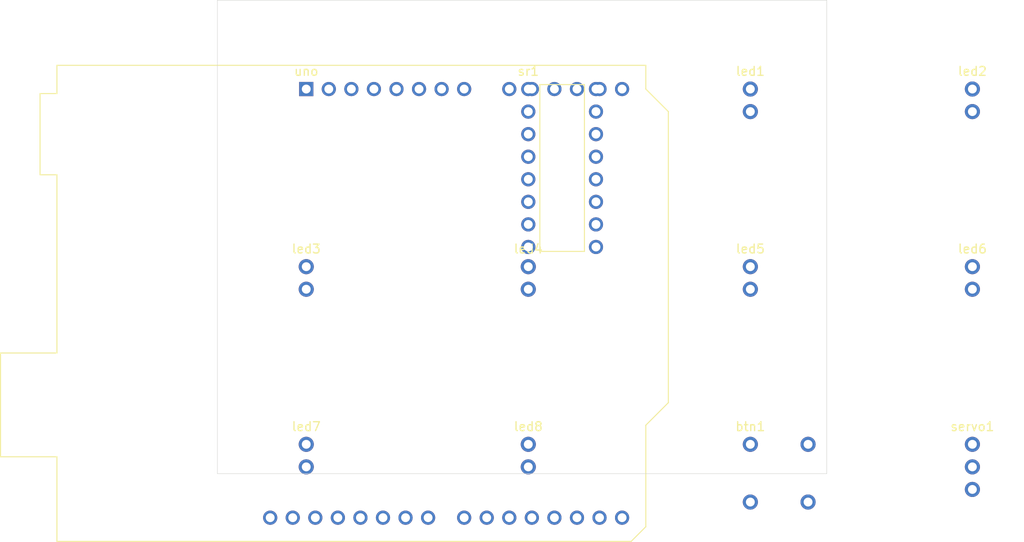
<source format=kicad_pcb>
(kicad_pcb (version 20240108) (generator sparkbench) (generator_version "1.0")
  (layers (0 F.Cu signal) (31 B.Cu signal) (36 B.SilkS user) (37 F.SilkS user) (38 B.Mask user) (39 F.Mask user) (44 Edge.Cuts user))
  (title_block (title "Sparkbench PCB Editor Alpha"))
  (net 0 "")
  (net 1 Net-1)
  (net 2 Net-2)
  (net 3 Net-3)
  (net 4 Net-4)
  (net 5 Net-5)
  (net 6 Net-6)
  (net 7 Net-7)
  (net 8 Net-8)
  (net 9 Net-9)
  (net 10 Net-10)
  (net 11 Net-11)
  (net 12 Net-12)
  (net 13 Net-13)
  (net 14 Net-14)
  (net 15 Net-15)
  (net 16 Net-16)
  (net 17 Net-17)
  (net 18 Net-18)
  (gr_line (start 0 0) (end 68.6 0) (layer Edge.Cuts) (stroke (width 0.05)))
  (gr_line (start 68.6 0) (end 68.6 53.3) (layer Edge.Cuts) (stroke (width 0.05)))
  (gr_line (start 68.6 53.3) (end 0 53.3) (layer Edge.Cuts) (stroke (width 0.05)))
  (gr_line (start 0 53.3) (end 0 0) (layer Edge.Cuts) (stroke (width 0.05)))
  (footprint Arduino-Uno-Shield (layer F.Cu) (at 10 10)
    (fp_text reference uno (at 0 -2) (layer F.SilkS))
    (fp_text value Arduino-Uno-Shield)
    (fp_line (start -34.42 29.72) (end -34.42 41.4) (layer F.SilkS) (stroke (width 0.12)))
    (fp_line (start -34.42 41.4) (end -28.07 41.4) (layer F.SilkS) (stroke (width 0.12)))
    (fp_line (start -29.97 0.51) (end -29.97 9.65) (layer F.SilkS) (stroke (width 0.12)))
    (fp_line (start -29.97 9.65) (end -28.07 9.65) (layer F.SilkS) (stroke (width 0.12)))
    (fp_line (start -28.07 -2.67) (end -28.07 0.51) (layer F.SilkS) (stroke (width 0.12)))
    (fp_line (start -28.07 0.51) (end -29.97 0.51) (layer F.SilkS) (stroke (width 0.12)))
    (fp_line (start -28.07 9.65) (end -28.07 29.72) (layer F.SilkS) (stroke (width 0.12)))
    (fp_line (start -28.07 29.72) (end -34.42 29.72) (layer F.SilkS) (stroke (width 0.12)))
    (fp_line (start -28.07 41.4) (end -28.07 50.93) (layer F.SilkS) (stroke (width 0.12)))
    (fp_line (start -28.07 50.93) (end 36.58 50.93) (layer F.SilkS) (stroke (width 0.12)))
    (fp_line (start 36.58 50.93) (end 38.23 49.28) (layer F.SilkS) (stroke (width 0.12)))
    (fp_line (start 38.23 -2.67) (end -28.07 -2.67) (layer F.SilkS) (stroke (width 0.12)))
    (fp_line (start 38.23 0) (end 38.23 -2.67) (layer F.SilkS) (stroke (width 0.12)))
    (fp_line (start 38.23 37.85) (end 40.77 35.31) (layer F.SilkS) (stroke (width 0.12)))
    (fp_line (start 38.23 49.28) (end 38.23 37.85) (layer F.SilkS) (stroke (width 0.12)))
    (fp_line (start 40.77 2.54) (end 38.23 0) (layer F.SilkS) (stroke (width 0.12)))
    (fp_line (start 40.77 35.31) (end 40.77 2.54) (layer F.SilkS) (stroke (width 0.12)))
    (pad uno:0 thru_hole rect (at 0 0) (size 1.6 1.6) (layers F.Cu B.Cu) (drill 1))
    (pad uno:1 thru_hole circle (at 2.54 0) (size 1.6 1.6) (layers F.Cu B.Cu) (drill 1))
    (pad uno:2 thru_hole circle (at 5.08 0) (size 1.6 1.6) (layers F.Cu B.Cu) (drill 1) (net 1 Net-1))
    (pad uno:3 thru_hole circle (at 7.62 0) (size 1.6 1.6) (layers F.Cu B.Cu) (drill 1) (net 2 Net-2))
    (pad uno:4 thru_hole circle (at 10.16 0) (size 1.6 1.6) (layers F.Cu B.Cu) (drill 1) (net 3 Net-3))
    (pad uno:5 thru_hole circle (at 12.7 0) (size 1.6 1.6) (layers F.Cu B.Cu) (drill 1) (net 14 Net-14))
    (pad uno:6 thru_hole circle (at 15.24 0) (size 1.6 1.6) (layers F.Cu B.Cu) (drill 1))
    (pad uno:7 thru_hole circle (at 17.78 0) (size 1.6 1.6) (layers F.Cu B.Cu) (drill 1))
    (pad uno:8 thru_hole circle (at 22.86 0) (size 1.6 1.6) (layers F.Cu B.Cu) (drill 1))
    (pad uno:9 thru_hole circle (at 25.4 0) (size 1.6 1.6) (layers F.Cu B.Cu) (drill 1) (net 18 Net-18))
    (pad uno:10 thru_hole circle (at 27.94 0) (size 1.6 1.6) (layers F.Cu B.Cu) (drill 1))
    (pad uno:11 thru_hole circle (at 30.48 0) (size 1.6 1.6) (layers F.Cu B.Cu) (drill 1))
    (pad uno:12 thru_hole circle (at 33.02 0) (size 1.6 1.6) (layers F.Cu B.Cu) (drill 1))
    (pad uno:13 thru_hole circle (at 35.56 0) (size 1.6 1.6) (layers F.Cu B.Cu) (drill 1))
    (pad uno:A0 thru_hole circle (at 35.56 48.26) (size 1.6 1.6) (layers F.Cu B.Cu) (drill 1) (net 16 Net-16))
    (pad uno:A1 thru_hole circle (at 33.02 48.26) (size 1.6 1.6) (layers F.Cu B.Cu) (drill 1))
    (pad uno:A2 thru_hole circle (at 30.48 48.26) (size 1.6 1.6) (layers F.Cu B.Cu) (drill 1))
    (pad uno:A3 thru_hole circle (at 27.94 48.26) (size 1.6 1.6) (layers F.Cu B.Cu) (drill 1))
    (pad uno:A4 thru_hole circle (at 25.4 48.26) (size 1.6 1.6) (layers F.Cu B.Cu) (drill 1))
    (pad uno:A5 thru_hole circle (at 22.86 48.26) (size 1.6 1.6) (layers F.Cu B.Cu) (drill 1))
    (pad uno:GND.1 thru_hole circle (at 20.32 48.26) (size 1.6 1.6) (layers F.Cu B.Cu) (drill 1) (net 5 Net-5))
    (pad uno:AREF thru_hole circle (at 17.78 48.26) (size 1.6 1.6) (layers F.Cu B.Cu) (drill 1))
    (pad uno:VIN thru_hole circle (at 13.72 48.26) (size 1.6 1.6) (layers F.Cu B.Cu) (drill 1))
    (pad uno:GND.2 thru_hole circle (at 11.18 48.26) (size 1.6 1.6) (layers F.Cu B.Cu) (drill 1) (net 15 Net-15))
    (pad uno:GND.3 thru_hole circle (at 8.64 48.26) (size 1.6 1.6) (layers F.Cu B.Cu) (drill 1) (net 17 Net-17))
    (pad uno:5V thru_hole circle (at 6.1 48.26) (size 1.6 1.6) (layers F.Cu B.Cu) (drill 1) (net 4 Net-4))
    (pad uno:3.3V thru_hole circle (at 3.56 48.26) (size 1.6 1.6) (layers F.Cu B.Cu) (drill 1))
    (pad uno:RESET thru_hole circle (at 1.02 48.26) (size 1.6 1.6) (layers F.Cu B.Cu) (drill 1))
    (pad uno:IOREF thru_hole circle (at -1.52 48.26) (size 1.6 1.6) (layers F.Cu B.Cu) (drill 1))
    (pad uno:NC thru_hole circle (at -4.06 48.26) (size 1.6 1.6) (layers F.Cu B.Cu) (drill 1))
  )
  (footprint DIP-16 (layer F.Cu) (at 35 10)
    (fp_text reference sr1 (at 0 -2) (layer F.SilkS))
    (fp_text value DIP-16)
    (fp_line (start 1.3 -0.5) (end 6.32 -0.5) (layer F.SilkS) (stroke (width 0.12)))
    (fp_line (start 6.32 -0.5) (end 6.32 18.28) (layer F.SilkS) (stroke (width 0.12)))
    (fp_line (start 6.32 18.28) (end 1.3 18.28) (layer F.SilkS) (stroke (width 0.12)))
    (fp_line (start 1.3 18.28) (end 1.3 -0.5) (layer F.SilkS) (stroke (width 0.12)))
    (pad sr1:1 thru_hole circle (at 0 0) (size 1.6 1.6) (layers F.Cu B.Cu) (drill 1) (net 7 Net-7))
    (pad sr1:16 thru_hole circle (at 7.62 0) (size 1.6 1.6) (layers F.Cu B.Cu) (drill 1) (net 4 Net-4))
    (pad sr1:2 thru_hole circle (at 0 2.54) (size 1.6 1.6) (layers F.Cu B.Cu) (drill 1) (net 8 Net-8))
    (pad sr1:15 thru_hole circle (at 7.62 2.54) (size 1.6 1.6) (layers F.Cu B.Cu) (drill 1) (net 6 Net-6))
    (pad sr1:3 thru_hole circle (at 0 5.08) (size 1.6 1.6) (layers F.Cu B.Cu) (drill 1) (net 9 Net-9))
    (pad sr1:14 thru_hole circle (at 7.62 5.08) (size 1.6 1.6) (layers F.Cu B.Cu) (drill 1) (net 1 Net-1))
    (pad sr1:4 thru_hole circle (at 0 7.62) (size 1.6 1.6) (layers F.Cu B.Cu) (drill 1) (net 10 Net-10))
    (pad sr1:13 thru_hole circle (at 7.62 7.62) (size 1.6 1.6) (layers F.Cu B.Cu) (drill 1) (net 5 Net-5))
    (pad sr1:5 thru_hole circle (at 0 10.16) (size 1.6 1.6) (layers F.Cu B.Cu) (drill 1) (net 11 Net-11))
    (pad sr1:12 thru_hole circle (at 7.62 10.16) (size 1.6 1.6) (layers F.Cu B.Cu) (drill 1) (net 3 Net-3))
    (pad sr1:6 thru_hole circle (at 0 12.7) (size 1.6 1.6) (layers F.Cu B.Cu) (drill 1) (net 12 Net-12))
    (pad sr1:11 thru_hole circle (at 7.62 12.7) (size 1.6 1.6) (layers F.Cu B.Cu) (drill 1) (net 2 Net-2))
    (pad sr1:7 thru_hole circle (at 0 15.24) (size 1.6 1.6) (layers F.Cu B.Cu) (drill 1) (net 13 Net-13))
    (pad sr1:10 thru_hole circle (at 7.62 15.24) (size 1.6 1.6) (layers F.Cu B.Cu) (drill 1))
    (pad sr1:8 thru_hole circle (at 0 17.78) (size 1.6 1.6) (layers F.Cu B.Cu) (drill 1) (net 5 Net-5))
    (pad sr1:9 thru_hole circle (at 7.62 17.78) (size 1.6 1.6) (layers F.Cu B.Cu) (drill 1))
  )
  (footprint LED-THT-3mm (layer F.Cu) (at 60 10)
    (fp_text reference led1 (at 0 -2) (layer F.SilkS))
    (fp_text value LED-THT-3mm)
    (pad led1:1 thru_hole circle (at 0 0) (size 1.7 1.7) (layers F.Cu B.Cu) (drill 1) (net 6 Net-6))
    (pad led1:2 thru_hole circle (at 0 2.54) (size 1.7 1.7) (layers F.Cu B.Cu) (drill 1) (net 5 Net-5))
  )
  (footprint LED-THT-3mm (layer F.Cu) (at 85 10)
    (fp_text reference led2 (at 0 -2) (layer F.SilkS))
    (fp_text value LED-THT-3mm)
    (pad led2:1 thru_hole circle (at 0 0) (size 1.7 1.7) (layers F.Cu B.Cu) (drill 1) (net 7 Net-7))
    (pad led2:2 thru_hole circle (at 0 2.54) (size 1.7 1.7) (layers F.Cu B.Cu) (drill 1) (net 5 Net-5))
  )
  (footprint LED-THT-3mm (layer F.Cu) (at 10 30)
    (fp_text reference led3 (at 0 -2) (layer F.SilkS))
    (fp_text value LED-THT-3mm)
    (pad led3:1 thru_hole circle (at 0 0) (size 1.7 1.7) (layers F.Cu B.Cu) (drill 1) (net 8 Net-8))
    (pad led3:2 thru_hole circle (at 0 2.54) (size 1.7 1.7) (layers F.Cu B.Cu) (drill 1) (net 5 Net-5))
  )
  (footprint LED-THT-3mm (layer F.Cu) (at 35 30)
    (fp_text reference led4 (at 0 -2) (layer F.SilkS))
    (fp_text value LED-THT-3mm)
    (pad led4:1 thru_hole circle (at 0 0) (size 1.7 1.7) (layers F.Cu B.Cu) (drill 1) (net 9 Net-9))
    (pad led4:2 thru_hole circle (at 0 2.54) (size 1.7 1.7) (layers F.Cu B.Cu) (drill 1) (net 5 Net-5))
  )
  (footprint LED-THT-3mm (layer F.Cu) (at 60 30)
    (fp_text reference led5 (at 0 -2) (layer F.SilkS))
    (fp_text value LED-THT-3mm)
    (pad led5:1 thru_hole circle (at 0 0) (size 1.7 1.7) (layers F.Cu B.Cu) (drill 1) (net 10 Net-10))
    (pad led5:2 thru_hole circle (at 0 2.54) (size 1.7 1.7) (layers F.Cu B.Cu) (drill 1) (net 5 Net-5))
  )
  (footprint LED-THT-3mm (layer F.Cu) (at 85 30)
    (fp_text reference led6 (at 0 -2) (layer F.SilkS))
    (fp_text value LED-THT-3mm)
    (pad led6:1 thru_hole circle (at 0 0) (size 1.7 1.7) (layers F.Cu B.Cu) (drill 1) (net 11 Net-11))
    (pad led6:2 thru_hole circle (at 0 2.54) (size 1.7 1.7) (layers F.Cu B.Cu) (drill 1) (net 5 Net-5))
  )
  (footprint LED-THT-3mm (layer F.Cu) (at 10 50)
    (fp_text reference led7 (at 0 -2) (layer F.SilkS))
    (fp_text value LED-THT-3mm)
    (pad led7:1 thru_hole circle (at 0 0) (size 1.7 1.7) (layers F.Cu B.Cu) (drill 1) (net 12 Net-12))
    (pad led7:2 thru_hole circle (at 0 2.54) (size 1.7 1.7) (layers F.Cu B.Cu) (drill 1) (net 5 Net-5))
  )
  (footprint LED-THT-3mm (layer F.Cu) (at 35 50)
    (fp_text reference led8 (at 0 -2) (layer F.SilkS))
    (fp_text value LED-THT-3mm)
    (pad led8:1 thru_hole circle (at 0 0) (size 1.7 1.7) (layers F.Cu B.Cu) (drill 1) (net 13 Net-13))
    (pad led8:2 thru_hole circle (at 0 2.54) (size 1.7 1.7) (layers F.Cu B.Cu) (drill 1) (net 5 Net-5))
  )
  (footprint SW-THT-6mm (layer F.Cu) (at 60 50)
    (fp_text reference btn1 (at 0 -2) (layer F.SilkS))
    (fp_text value SW-THT-6mm)
    (pad btn1:1 thru_hole circle (at 0 0) (size 1.7 1.7) (layers F.Cu B.Cu) (drill 1) (net 15 Net-15))
    (pad btn1:2 thru_hole circle (at 6.5 0) (size 1.7 1.7) (layers F.Cu B.Cu) (drill 1))
    (pad btn1:3 thru_hole circle (at 0 6.5) (size 1.7 1.7) (layers F.Cu B.Cu) (drill 1))
    (pad btn1:4 thru_hole circle (at 6.5 6.5) (size 1.7 1.7) (layers F.Cu B.Cu) (drill 1) (net 14 Net-14))
  )
  (footprint Header-1x3 (layer F.Cu) (at 85 50)
    (fp_text reference servo1 (at 0 -2) (layer F.SilkS))
    (fp_text value Header-1x3)
    (pad servo1:1 thru_hole circle (at 0 0) (size 1.7 1.7) (layers F.Cu B.Cu) (drill 1) (net 17 Net-17))
    (pad servo1:2 thru_hole circle (at 0 2.54) (size 1.7 1.7) (layers F.Cu B.Cu) (drill 1) (net 4 Net-4))
    (pad servo1:3 thru_hole circle (at 0 5.08) (size 1.7 1.7) (layers F.Cu B.Cu) (drill 1) (net 18 Net-18))
  )
)
</source>
